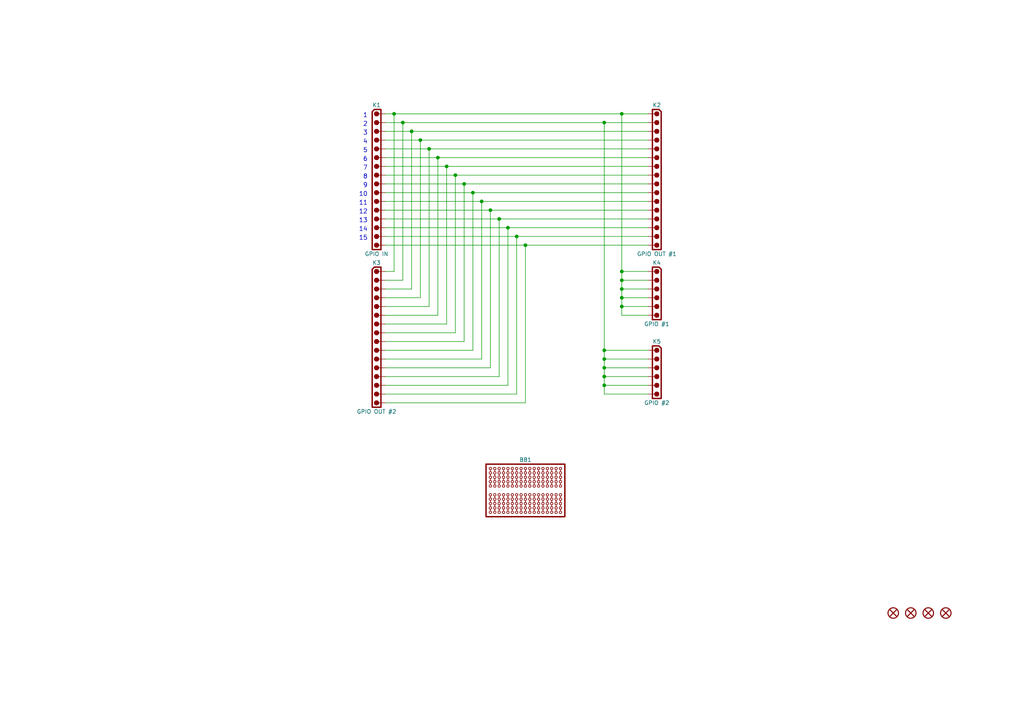
<source format=kicad_sch>
(kicad_sch (version 20230121) (generator eeschema)
  (paper "A4")
  (title_block (title "GPIO - BREADBOARD") (date "01/2023") (rev "A"))
  (lib_symbols
    (symbol "tronixio:BREADBOARD-400" (pin_numbers hide) (pin_names (offset 0) hide)
      (property "Reference" "BB" (at 0 8.89 0))
      (symbol "BREADBOARD-400_0_1"
        (rectangle (start -11.43 -7.62) (end 11.43 7.62) (stroke (width 0.4)))
        (circle (center -10.16 -6.35) (radius 0.3592) (stroke (width 0.2)))
        (circle (center -10.16 -5.08) (radius 0.3592) (stroke (width 0.2)))
        (circle (center -10.16 -3.81) (radius 0.3592) (stroke (width 0.2)))
        (circle (center -10.16 -2.54) (radius 0.3592) (stroke (width 0.2)))
        (circle (center -10.16 -1.27) (radius 0.3592) (stroke (width 0.2)))
        (circle (center -10.16 1.27) (radius 0.3592) (stroke (width 0.2)))
        (circle (center -10.16 2.54) (radius 0.3592) (stroke (width 0.2)))
        (circle (center -10.16 3.81) (radius 0.3592) (stroke (width 0.2)))
        (circle (center -10.16 5.08) (radius 0.3592) (stroke (width 0.2)))
        (circle (center -10.16 6.35) (radius 0.3592) (stroke (width 0.2)))
        (circle (center -8.89 -6.35) (radius 0.3592) (stroke (width 0.2)))
        (circle (center -8.89 -5.08) (radius 0.3592) (stroke (width 0.2)))
        (circle (center -8.89 -3.81) (radius 0.3592) (stroke (width 0.2)))
        (circle (center -8.89 -2.54) (radius 0.3592) (stroke (width 0.2)))
        (circle (center -8.89 -1.27) (radius 0.3592) (stroke (width 0.2)))
        (circle (center -8.89 1.27) (radius 0.3592) (stroke (width 0.2)))
        (circle (center -8.89 2.54) (radius 0.3592) (stroke (width 0.2)))
        (circle (center -8.89 3.81) (radius 0.3592) (stroke (width 0.2)))
        (circle (center -8.89 5.08) (radius 0.3592) (stroke (width 0.2)))
        (circle (center -8.89 6.35) (radius 0.3592) (stroke (width 0.2)))
        (circle (center -7.62 -6.35) (radius 0.3592) (stroke (width 0.2)))
        (circle (center -7.62 -5.08) (radius 0.3592) (stroke (width 0.2)))
        (circle (center -7.62 -3.81) (radius 0.3592) (stroke (width 0.2)))
        (circle (center -7.62 -2.54) (radius 0.3592) (stroke (width 0.2)))
        (circle (center -7.62 -1.27) (radius 0.3592) (stroke (width 0.2)))
        (circle (center -7.62 1.27) (radius 0.3592) (stroke (width 0.2)))
        (circle (center -7.62 2.54) (radius 0.3592) (stroke (width 0.2)))
        (circle (center -7.62 3.81) (radius 0.3592) (stroke (width 0.2)))
        (circle (center -7.62 5.08) (radius 0.3592) (stroke (width 0.2)))
        (circle (center -7.62 6.35) (radius 0.3592) (stroke (width 0.2)))
        (circle (center -6.35 -6.35) (radius 0.3592) (stroke (width 0.2)))
        (circle (center -6.35 -5.08) (radius 0.3592) (stroke (width 0.2)))
        (circle (center -6.35 -3.81) (radius 0.3592) (stroke (width 0.2)))
        (circle (center -6.35 -2.54) (radius 0.3592) (stroke (width 0.2)))
        (circle (center -6.35 -1.27) (radius 0.3592) (stroke (width 0.2)))
        (circle (center -6.35 1.27) (radius 0.3592) (stroke (width 0.2)))
        (circle (center -6.35 2.54) (radius 0.3592) (stroke (width 0.2)))
        (circle (center -6.35 3.81) (radius 0.3592) (stroke (width 0.2)))
        (circle (center -6.35 5.08) (radius 0.3592) (stroke (width 0.2)))
        (circle (center -6.35 6.35) (radius 0.3592) (stroke (width 0.2)))
        (circle (center -5.08 -6.35) (radius 0.3592) (stroke (width 0.2)))
        (circle (center -5.08 -5.08) (radius 0.3592) (stroke (width 0.2)))
        (circle (center -5.08 -3.81) (radius 0.3592) (stroke (width 0.2)))
        (circle (center -5.08 -2.54) (radius 0.3592) (stroke (width 0.2)))
        (circle (center -5.08 -1.27) (radius 0.3592) (stroke (width 0.2)))
        (circle (center -5.08 1.27) (radius 0.3592) (stroke (width 0.2)))
        (circle (center -5.08 2.54) (radius 0.3592) (stroke (width 0.2)))
        (circle (center -5.08 3.81) (radius 0.3592) (stroke (width 0.2)))
        (circle (center -5.08 5.08) (radius 0.3592) (stroke (width 0.2)))
        (circle (center -5.08 6.35) (radius 0.3592) (stroke (width 0.2)))
        (circle (center -3.81 -6.35) (radius 0.3592) (stroke (width 0.2)))
        (circle (center -3.81 -5.08) (radius 0.3592) (stroke (width 0.2)))
        (circle (center -3.81 -3.81) (radius 0.3592) (stroke (width 0.2)))
        (circle (center -3.81 -2.54) (radius 0.3592) (stroke (width 0.2)))
        (circle (center -3.81 -1.27) (radius 0.3592) (stroke (width 0.2)))
        (circle (center -3.81 1.27) (radius 0.3592) (stroke (width 0.2)))
        (circle (center -3.81 2.54) (radius 0.3592) (stroke (width 0.2)))
        (circle (center -3.81 3.81) (radius 0.3592) (stroke (width 0.2)))
        (circle (center -3.81 5.08) (radius 0.3592) (stroke (width 0.2)))
        (circle (center -3.81 6.35) (radius 0.3592) (stroke (width 0.2)))
        (circle (center -2.54 -6.35) (radius 0.3592) (stroke (width 0.2)))
        (circle (center -2.54 -5.08) (radius 0.3592) (stroke (width 0.2)))
        (circle (center -2.54 -3.81) (radius 0.3592) (stroke (width 0.2)))
        (circle (center -2.54 -2.54) (radius 0.3592) (stroke (width 0.2)))
        (circle (center -2.54 -1.27) (radius 0.3592) (stroke (width 0.2)))
        (circle (center -2.54 1.27) (radius 0.3592) (stroke (width 0.2)))
        (circle (center -2.54 2.54) (radius 0.3592) (stroke (width 0.2)))
        (circle (center -2.54 3.81) (radius 0.3592) (stroke (width 0.2)))
        (circle (center -2.54 5.08) (radius 0.3592) (stroke (width 0.2)))
        (circle (center -2.54 6.35) (radius 0.3592) (stroke (width 0.2)))
        (circle (center -1.27 -6.35) (radius 0.3592) (stroke (width 0.2)))
        (circle (center -1.27 -5.08) (radius 0.3592) (stroke (width 0.2)))
        (circle (center -1.27 -3.81) (radius 0.3592) (stroke (width 0.2)))
        (circle (center -1.27 -2.54) (radius 0.3592) (stroke (width 0.2)))
        (circle (center -1.27 -1.27) (radius 0.3592) (stroke (width 0.2)))
        (circle (center -1.27 1.27) (radius 0.3592) (stroke (width 0.2)))
        (circle (center -1.27 2.54) (radius 0.3592) (stroke (width 0.2)))
        (circle (center -1.27 3.81) (radius 0.3592) (stroke (width 0.2)))
        (circle (center -1.27 5.08) (radius 0.3592) (stroke (width 0.2)))
        (circle (center -1.27 6.35) (radius 0.3592) (stroke (width 0.2)))
        (circle (center 0 -6.35) (radius 0.3592) (stroke (width 0.2)))
        (circle (center 0 -5.08) (radius 0.3592) (stroke (width 0.2)))
        (circle (center 0 -3.81) (radius 0.3592) (stroke (width 0.2)))
        (circle (center 0 -2.54) (radius 0.3592) (stroke (width 0.2)))
        (circle (center 0 -1.27) (radius 0.3592) (stroke (width 0.2)))
        (polyline (pts (xy -10.16 -5.842) (xy -10.16 -5.588)) (stroke (width 0.2)))
        (polyline (pts (xy -10.16 -4.572) (xy -10.16 -4.318)) (stroke (width 0.2)))
        (polyline (pts (xy -10.16 -3.302) (xy -10.16 -3.048)) (stroke (width 0.2)))
        (polyline (pts (xy -10.16 -2.032) (xy -10.16 -1.778)) (stroke (width 0.2)))
        (polyline (pts (xy -10.16 1.778) (xy -10.16 2.032)) (stroke (width 0.2)))
        (polyline (pts (xy -10.16 3.048) (xy -10.16 3.302)) (stroke (width 0.2)))
        (polyline (pts (xy -10.16 4.318) (xy -10.16 4.572)) (stroke (width 0.2)))
        (polyline (pts (xy -10.16 5.588) (xy -10.16 5.842)) (stroke (width 0.2)))
        (polyline (pts (xy -8.89 -5.842) (xy -8.89 -5.588)) (stroke (width 0.2)))
        (polyline (pts (xy -8.89 -4.572) (xy -8.89 -4.318)) (stroke (width 0.2)))
        (polyline (pts (xy -8.89 -3.302) (xy -8.89 -3.048)) (stroke (width 0.2)))
        (polyline (pts (xy -8.89 -2.032) (xy -8.89 -1.778)) (stroke (width 0.2)))
        (polyline (pts (xy -8.89 1.778) (xy -8.89 2.032)) (stroke (width 0.2)))
        (polyline (pts (xy -8.89 3.048) (xy -8.89 3.302)) (stroke (width 0.2)))
        (polyline (pts (xy -8.89 4.318) (xy -8.89 4.572)) (stroke (width 0.2)))
        (polyline (pts (xy -8.89 5.588) (xy -8.89 5.842)) (stroke (width 0.2)))
        (polyline (pts (xy -7.62 -5.842) (xy -7.62 -5.588)) (stroke (width 0.2)))
        (polyline (pts (xy -7.62 -4.572) (xy -7.62 -4.318)) (stroke (width 0.2)))
        (polyline (pts (xy -7.62 -3.302) (xy -7.62 -3.048)) (stroke (width 0.2)))
        (polyline (pts (xy -7.62 -2.032) (xy -7.62 -1.778)) (stroke (width 0.2)))
        (polyline (pts (xy -7.62 1.778) (xy -7.62 2.032)) (stroke (width 0.2)))
        (polyline (pts (xy -7.62 3.048) (xy -7.62 3.302)) (stroke (width 0.2)))
        (polyline (pts (xy -7.62 4.318) (xy -7.62 4.572)) (stroke (width 0.2)))
        (polyline (pts (xy -7.62 5.588) (xy -7.62 5.842)) (stroke (width 0.2)))
        (polyline (pts (xy -6.35 -5.842) (xy -6.35 -5.588)) (stroke (width 0.2)))
        (polyline (pts (xy -6.35 -4.572) (xy -6.35 -4.318)) (stroke (width 0.2)))
        (polyline (pts (xy -6.35 -3.302) (xy -6.35 -3.048)) (stroke (width 0.2)))
        (polyline (pts (xy -6.35 -2.032) (xy -6.35 -1.778)) (stroke (width 0.2)))
        (polyline (pts (xy -6.35 1.778) (xy -6.35 2.032)) (stroke (width 0.2)))
        (polyline (pts (xy -6.35 3.048) (xy -6.35 3.302)) (stroke (width 0.2)))
        (polyline (pts (xy -6.35 4.318) (xy -6.35 4.572)) (stroke (width 0.2)))
        (polyline (pts (xy -6.35 5.588) (xy -6.35 5.842)) (stroke (width 0.2)))
        (polyline (pts (xy -5.08 -5.842) (xy -5.08 -5.588)) (stroke (width 0.2)))
        (polyline (pts (xy -5.08 -4.572) (xy -5.08 -4.318)) (stroke (width 0.2)))
        (polyline (pts (xy -5.08 -3.302) (xy -5.08 -3.048)) (stroke (width 0.2)))
        (polyline (pts (xy -5.08 -2.032) (xy -5.08 -1.778)) (stroke (width 0.2)))
        (polyline (pts (xy -5.08 1.778) (xy -5.08 2.032)) (stroke (width 0.2)))
        (polyline (pts (xy -5.08 3.048) (xy -5.08 3.302)) (stroke (width 0.2)))
        (polyline (pts (xy -5.08 4.318) (xy -5.08 4.572)) (stroke (width 0.2)))
        (polyline (pts (xy -5.08 5.588) (xy -5.08 5.842)) (stroke (width 0.2)))
        (polyline (pts (xy -3.81 -5.842) (xy -3.81 -5.588)) (stroke (width 0.2)))
        (polyline (pts (xy -3.81 -4.572) (xy -3.81 -4.318)) (stroke (width 0.2)))
        (polyline (pts (xy -3.81 -3.302) (xy -3.81 -3.048)) (stroke (width 0.2)))
        (polyline (pts (xy -3.81 -2.032) (xy -3.81 -1.778)) (stroke (width 0.2)))
        (polyline (pts (xy -3.81 1.778) (xy -3.81 2.032)) (stroke (width 0.2)))
        (polyline (pts (xy -3.81 3.048) (xy -3.81 3.302)) (stroke (width 0.2)))
        (polyline (pts (xy -3.81 4.318) (xy -3.81 4.572)) (stroke (width 0.2)))
        (polyline (pts (xy -3.81 5.588) (xy -3.81 5.842)) (stroke (width 0.2)))
        (polyline (pts (xy -2.54 -5.842) (xy -2.54 -5.588)) (stroke (width 0.2)))
        (polyline (pts (xy -2.54 -4.572) (xy -2.54 -4.318)) (stroke (width 0.2)))
        (polyline (pts (xy -2.54 -3.302) (xy -2.54 -3.048)) (stroke (width 0.2)))
        (polyline (pts (xy -2.54 -2.032) (xy -2.54 -1.778)) (stroke (width 0.2)))
        (polyline (pts (xy -2.54 1.778) (xy -2.54 2.032)) (stroke (width 0.2)))
        (polyline (pts (xy -2.54 3.048) (xy -2.54 3.302)) (stroke (width 0.2)))
        (polyline (pts (xy -2.54 4.318) (xy -2.54 4.572)) (stroke (width 0.2)))
        (polyline (pts (xy -2.54 5.588) (xy -2.54 5.842)) (stroke (width 0.2)))
        (polyline (pts (xy -1.27 -5.842) (xy -1.27 -5.588)) (stroke (width 0.2)))
        (polyline (pts (xy -1.27 -4.572) (xy -1.27 -4.318)) (stroke (width 0.2)))
        (polyline (pts (xy -1.27 -3.302) (xy -1.27 -3.048)) (stroke (width 0.2)))
        (polyline (pts (xy -1.27 -2.032) (xy -1.27 -1.778)) (stroke (width 0.2)))
        (polyline (pts (xy -1.27 1.778) (xy -1.27 2.032)) (stroke (width 0.2)))
        (polyline (pts (xy -1.27 3.048) (xy -1.27 3.302)) (stroke (width 0.2)))
        (polyline (pts (xy -1.27 4.318) (xy -1.27 4.572)) (stroke (width 0.2)))
        (polyline (pts (xy -1.27 5.588) (xy -1.27 5.842)) (stroke (width 0.2)))
        (polyline (pts (xy 0 -5.842) (xy 0 -5.588)) (stroke (width 0.2)))
        (polyline (pts (xy 0 -4.572) (xy 0 -4.318)) (stroke (width 0.2)))
        (polyline (pts (xy 0 -3.302) (xy 0 -3.048)) (stroke (width 0.2)))
        (polyline (pts (xy 0 -2.032) (xy 0 -1.778)) (stroke (width 0.2)))
        (polyline (pts (xy 0 1.778) (xy 0 2.032)) (stroke (width 0.2)))
        (polyline (pts (xy 0 3.048) (xy 0 3.302)) (stroke (width 0.2)))
        (polyline (pts (xy 0 4.318) (xy 0 4.572)) (stroke (width 0.2)))
        (polyline (pts (xy 0 5.588) (xy 0 5.842)) (stroke (width 0.2)))
        (polyline (pts (xy 1.27 -5.842) (xy 1.27 -5.588)) (stroke (width 0.2)))
        (polyline (pts (xy 1.27 -4.572) (xy 1.27 -4.318)) (stroke (width 0.2)))
        (polyline (pts (xy 1.27 -3.302) (xy 1.27 -3.048)) (stroke (width 0.2)))
        (polyline (pts (xy 1.27 -2.032) (xy 1.27 -1.778)) (stroke (width 0.2)))
        (polyline (pts (xy 1.27 1.778) (xy 1.27 2.032)) (stroke (width 0.2)))
        (polyline (pts (xy 1.27 3.048) (xy 1.27 3.302)) (stroke (width 0.2)))
        (polyline (pts (xy 1.27 4.318) (xy 1.27 4.572)) (stroke (width 0.2)))
        (polyline (pts (xy 1.27 5.588) (xy 1.27 5.842)) (stroke (width 0.2)))
        (polyline (pts (xy 2.54 -5.842) (xy 2.54 -5.588)) (stroke (width 0.2)))
        (polyline (pts (xy 2.54 -4.572) (xy 2.54 -4.318)) (stroke (width 0.2)))
        (polyline (pts (xy 2.54 -3.302) (xy 2.54 -3.048)) (stroke (width 0.2)))
        (polyline (pts (xy 2.54 -2.032) (xy 2.54 -1.778)) (stroke (width 0.2)))
        (polyline (pts (xy 2.54 1.778) (xy 2.54 2.032)) (stroke (width 0.2)))
        (polyline (pts (xy 2.54 3.048) (xy 2.54 3.302)) (stroke (width 0.2)))
        (polyline (pts (xy 2.54 4.318) (xy 2.54 4.572)) (stroke (width 0.2)))
        (polyline (pts (xy 2.54 5.588) (xy 2.54 5.842)) (stroke (width 0.2)))
        (polyline (pts (xy 3.81 -5.842) (xy 3.81 -5.588)) (stroke (width 0.2)))
        (polyline (pts (xy 3.81 -4.572) (xy 3.81 -4.318)) (stroke (width 0.2)))
        (polyline (pts (xy 3.81 -3.302) (xy 3.81 -3.048)) (stroke (width 0.2)))
        (polyline (pts (xy 3.81 -2.032) (xy 3.81 -1.778)) (stroke (width 0.2)))
        (polyline (pts (xy 3.81 1.778) (xy 3.81 2.032)) (stroke (width 0.2)))
        (polyline (pts (xy 3.81 3.048) (xy 3.81 3.302)) (stroke (width 0.2)))
        (polyline (pts (xy 3.81 4.318) (xy 3.81 4.572)) (stroke (width 0.2)))
        (polyline (pts (xy 3.81 5.588) (xy 3.81 5.842)) (stroke (width 0.2)))
        (polyline (pts (xy 5.08 -5.842) (xy 5.08 -5.588)) (stroke (width 0.2)))
        (polyline (pts (xy 5.08 -4.572) (xy 5.08 -4.318)) (stroke (width 0.2)))
        (polyline (pts (xy 5.08 -3.302) (xy 5.08 -3.048)) (stroke (width 0.2)))
        (polyline (pts (xy 5.08 -2.032) (xy 5.08 -1.778)) (stroke (width 0.2)))
        (polyline (pts (xy 5.08 1.778) (xy 5.08 2.032)) (stroke (width 0.2)))
        (polyline (pts (xy 5.08 3.048) (xy 5.08 3.302)) (stroke (width 0.2)))
        (polyline (pts (xy 5.08 4.318) (xy 5.08 4.572)) (stroke (width 0.2)))
        (polyline (pts (xy 5.08 5.588) (xy 5.08 5.842)) (stroke (width 0.2)))
        (polyline (pts (xy 6.35 -5.842) (xy 6.35 -5.588)) (stroke (width 0.2)))
        (polyline (pts (xy 6.35 -4.572) (xy 6.35 -4.318)) (stroke (width 0.2)))
        (polyline (pts (xy 6.35 -3.302) (xy 6.35 -3.048)) (stroke (width 0.2)))
        (polyline (pts (xy 6.35 -2.032) (xy 6.35 -1.778)) (stroke (width 0.2)))
        (polyline (pts (xy 6.35 1.778) (xy 6.35 2.032)) (stroke (width 0.2)))
        (polyline (pts (xy 6.35 3.048) (xy 6.35 3.302)) (stroke (width 0.2)))
        (polyline (pts (xy 6.35 4.318) (xy 6.35 4.572)) (stroke (width 0.2)))
        (polyline (pts (xy 6.35 5.588) (xy 6.35 5.842)) (stroke (width 0.2)))
        (polyline (pts (xy 7.62 -5.842) (xy 7.62 -5.588)) (stroke (width 0.2)))
        (polyline (pts (xy 7.62 -4.572) (xy 7.62 -4.318)) (stroke (width 0.2)))
        (polyline (pts (xy 7.62 -3.302) (xy 7.62 -3.048)) (stroke (width 0.2)))
        (polyline (pts (xy 7.62 -2.032) (xy 7.62 -1.778)) (stroke (width 0.2)))
        (polyline (pts (xy 7.62 1.778) (xy 7.62 2.032)) (stroke (width 0.2)))
        (polyline (pts (xy 7.62 3.048) (xy 7.62 3.302)) (stroke (width 0.2)))
        (polyline (pts (xy 7.62 4.318) (xy 7.62 4.572)) (stroke (width 0.2)))
        (polyline (pts (xy 7.62 5.588) (xy 7.62 5.842)) (stroke (width 0.2)))
        (polyline (pts (xy 8.89 -5.842) (xy 8.89 -5.588)) (stroke (width 0.2)))
        (polyline (pts (xy 8.89 -4.572) (xy 8.89 -4.318)) (stroke (width 0.2)))
        (polyline (pts (xy 8.89 -3.302) (xy 8.89 -3.048)) (stroke (width 0.2)))
        (polyline (pts (xy 8.89 -2.032) (xy 8.89 -1.778)) (stroke (width 0.2)))
        (polyline (pts (xy 8.89 1.778) (xy 8.89 2.032)) (stroke (width 0.2)))
        (polyline (pts (xy 8.89 3.048) (xy 8.89 3.302)) (stroke (width 0.2)))
        (polyline (pts (xy 8.89 4.318) (xy 8.89 4.572)) (stroke (width 0.2)))
        (polyline (pts (xy 8.89 5.588) (xy 8.89 5.842)) (stroke (width 0.2)))
        (polyline (pts (xy 10.16 -5.842) (xy 10.16 -5.588)) (stroke (width 0.2)))
        (polyline (pts (xy 10.16 -4.572) (xy 10.16 -4.318)) (stroke (width 0.2)))
        (polyline (pts (xy 10.16 -3.302) (xy 10.16 -3.048)) (stroke (width 0.2)))
        (polyline (pts (xy 10.16 -2.032) (xy 10.16 -1.778)) (stroke (width 0.2)))
        (polyline (pts (xy 10.16 1.778) (xy 10.16 2.032)) (stroke (width 0.2)))
        (polyline (pts (xy 10.16 3.048) (xy 10.16 3.302)) (stroke (width 0.2)))
        (polyline (pts (xy 10.16 4.318) (xy 10.16 4.572)) (stroke (width 0.2)))
        (polyline (pts (xy 10.16 5.588) (xy 10.16 5.842)) (stroke (width 0.2)))
        (circle (center 0 1.27) (radius 0.3592) (stroke (width 0.2)))
        (circle (center 0 2.54) (radius 0.3592) (stroke (width 0.2)))
        (circle (center 0 3.81) (radius 0.3592) (stroke (width 0.2)))
        (circle (center 0 5.08) (radius 0.3592) (stroke (width 0.2)))
        (circle (center 0 6.35) (radius 0.3592) (stroke (width 0.2)))
        (circle (center 1.27 -6.35) (radius 0.3592) (stroke (width 0.2)))
        (circle (center 1.27 -5.08) (radius 0.3592) (stroke (width 0.2)))
        (circle (center 1.27 -3.81) (radius 0.3592) (stroke (width 0.2)))
        (circle (center 1.27 -2.54) (radius 0.3592) (stroke (width 0.2)))
        (circle (center 1.27 -1.27) (radius 0.3592) (stroke (width 0.2)))
        (circle (center 1.27 1.27) (radius 0.3592) (stroke (width 0.2)))
        (circle (center 1.27 2.54) (radius 0.3592) (stroke (width 0.2)))
        (circle (center 1.27 3.81) (radius 0.3592) (stroke (width 0.2)))
        (circle (center 1.27 5.08) (radius 0.3592) (stroke (width 0.2)))
        (circle (center 1.27 6.35) (radius 0.3592) (stroke (width 0.2)))
        (circle (center 2.54 -6.35) (radius 0.3592) (stroke (width 0.2)))
        (circle (center 2.54 -5.08) (radius 0.3592) (stroke (width 0.2)))
        (circle (center 2.54 -3.81) (radius 0.3592) (stroke (width 0.2)))
        (circle (center 2.54 -2.54) (radius 0.3592) (stroke (width 0.2)))
        (circle (center 2.54 -1.27) (radius 0.3592) (stroke (width 0.2)))
        (circle (center 2.54 1.27) (radius 0.3592) (stroke (width 0.2)))
        (circle (center 2.54 2.54) (radius 0.3592) (stroke (width 0.2)))
        (circle (center 2.54 3.81) (radius 0.3592) (stroke (width 0.2)))
        (circle (center 2.54 5.08) (radius 0.3592) (stroke (width 0.2)))
        (circle (center 2.54 6.35) (radius 0.3592) (stroke (width 0.2)))
        (circle (center 3.81 -6.35) (radius 0.3592) (stroke (width 0.2)))
        (circle (center 3.81 -5.08) (radius 0.3592) (stroke (width 0.2)))
        (circle (center 3.81 -3.81) (radius 0.3592) (stroke (width 0.2)))
        (circle (center 3.81 -2.54) (radius 0.3592) (stroke (width 0.2)))
        (circle (center 3.81 -1.27) (radius 0.3592) (stroke (width 0.2)))
        (circle (center 3.81 1.27) (radius 0.3592) (stroke (width 0.2)))
        (circle (center 3.81 2.54) (radius 0.3592) (stroke (width 0.2)))
        (circle (center 3.81 3.81) (radius 0.3592) (stroke (width 0.2)))
        (circle (center 3.81 5.08) (radius 0.3592) (stroke (width 0.2)))
        (circle (center 3.81 6.35) (radius 0.3592) (stroke (width 0.2)))
        (circle (center 5.08 -6.35) (radius 0.3592) (stroke (width 0.2)))
        (circle (center 5.08 -5.08) (radius 0.3592) (stroke (width 0.2)))
        (circle (center 5.08 -3.81) (radius 0.3592) (stroke (width 0.2)))
        (circle (center 5.08 -2.54) (radius 0.3592) (stroke (width 0.2)))
        (circle (center 5.08 -1.27) (radius 0.3592) (stroke (width 0.2)))
        (circle (center 5.08 1.27) (radius 0.3592) (stroke (width 0.2)))
        (circle (center 5.08 2.54) (radius 0.3592) (stroke (width 0.2)))
        (circle (center 5.08 3.81) (radius 0.3592) (stroke (width 0.2)))
        (circle (center 5.08 5.08) (radius 0.3592) (stroke (width 0.2)))
        (circle (center 5.08 6.35) (radius 0.3592) (stroke (width 0.2)))
        (circle (center 6.35 -6.35) (radius 0.3592) (stroke (width 0.2)))
        (circle (center 6.35 -5.08) (radius 0.3592) (stroke (width 0.2)))
        (circle (center 6.35 -3.81) (radius 0.3592) (stroke (width 0.2)))
        (circle (center 6.35 -2.54) (radius 0.3592) (stroke (width 0.2)))
        (circle (center 6.35 -1.27) (radius 0.3592) (stroke (width 0.2)))
        (circle (center 6.35 1.27) (radius 0.3592) (stroke (width 0.2)))
        (circle (center 6.35 2.54) (radius 0.3592) (stroke (width 0.2)))
        (circle (center 6.35 3.81) (radius 0.3592) (stroke (width 0.2)))
        (circle (center 6.35 5.08) (radius 0.3592) (stroke (width 0.2)))
        (circle (center 6.35 6.35) (radius 0.3592) (stroke (width 0.2)))
        (circle (center 7.62 -6.35) (radius 0.3592) (stroke (width 0.2)))
        (circle (center 7.62 -5.08) (radius 0.3592) (stroke (width 0.2)))
        (circle (center 7.62 -3.81) (radius 0.3592) (stroke (width 0.2)))
        (circle (center 7.62 -2.54) (radius 0.3592) (stroke (width 0.2)))
        (circle (center 7.62 -1.27) (radius 0.3592) (stroke (width 0.2)))
        (circle (center 7.62 1.27) (radius 0.3592) (stroke (width 0.2)))
        (circle (center 7.62 2.54) (radius 0.3592) (stroke (width 0.2)))
        (circle (center 7.62 3.81) (radius 0.3592) (stroke (width 0.2)))
        (circle (center 7.62 5.08) (radius 0.3592) (stroke (width 0.2)))
        (circle (center 7.62 6.35) (radius 0.3592) (stroke (width 0.2)))
        (circle (center 8.89 -6.35) (radius 0.3592) (stroke (width 0.2)))
        (circle (center 8.89 -5.08) (radius 0.3592) (stroke (width 0.2)))
        (circle (center 8.89 -3.81) (radius 0.3592) (stroke (width 0.2)))
        (circle (center 8.89 -2.54) (radius 0.3592) (stroke (width 0.2)))
        (circle (center 8.89 -1.27) (radius 0.3592) (stroke (width 0.2)))
        (circle (center 8.89 1.27) (radius 0.3592) (stroke (width 0.2)))
        (circle (center 8.89 2.54) (radius 0.3592) (stroke (width 0.2)))
        (circle (center 8.89 3.81) (radius 0.3592) (stroke (width 0.2)))
        (circle (center 8.89 5.08) (radius 0.3592) (stroke (width 0.2)))
        (circle (center 8.89 6.35) (radius 0.3592) (stroke (width 0.2)))
        (circle (center 10.16 -6.35) (radius 0.3592) (stroke (width 0.2)))
        (circle (center 10.16 -5.08) (radius 0.3592) (stroke (width 0.2)))
        (circle (center 10.16 -3.81) (radius 0.3592) (stroke (width 0.2)))
        (circle (center 10.16 -2.54) (radius 0.3592) (stroke (width 0.2)))
        (circle (center 10.16 -1.27) (radius 0.3592) (stroke (width 0.2)))
        (circle (center 10.16 1.27) (radius 0.3592) (stroke (width 0.2)))
        (circle (center 10.16 2.54) (radius 0.3592) (stroke (width 0.2)))
        (circle (center 10.16 3.81) (radius 0.3592) (stroke (width 0.2)))
        (circle (center 10.16 5.08) (radius 0.3592) (stroke (width 0.2)))
        (circle (center 10.16 6.35) (radius 0.3592) (stroke (width 0.2)))
      )
    )
    (symbol "tronixio:HARWIN-254-M-1X06-VERTICAL" (pin_numbers hide) (pin_names (offset 0) hide)
      (property "Reference" "K" (at 0 2.54 0))
      (property "Value" "HARWIN-254-M-1X06-VERTICAL" (at 0 -15.24 0))
      (symbol "HARWIN-254-M-1X06-VERTICAL_0_1"
        (circle (center 0 -12.7) (radius 0.635) (stroke (width 0.2)) (fill (type outline)))
        (circle (center 0 -10.16) (radius 0.635) (stroke (width 0.2)) (fill (type outline)))
        (circle (center 0 -7.62) (radius 0.635) (stroke (width 0.2)) (fill (type outline)))
        (circle (center 0 -5.08) (radius 0.635) (stroke (width 0.2)) (fill (type outline)))
        (circle (center 0 -2.54) (radius 0.635) (stroke (width 0.2)) (fill (type outline)))
        (polyline (pts (xy -1.27 -13.97) (xy 1.27 -13.97) (xy 1.27 0.635) (xy 0.635 1.27) (xy -1.27 1.27) (xy -1.27 -13.97)) (stroke (width 0.4)))
        (circle (center 0 0) (radius 0.635) (stroke (width 0.2)) (fill (type outline)))
      )
      (symbol "HARWIN-254-M-1X06-VERTICAL_1_1"
        (pin passive line (at -2.54 0 0) (length 1.905) (name "1") (number "1"))
        (pin passive line (at -2.54 -2.54 0) (length 1.905) (name "2") (number "2"))
        (pin passive line (at -2.54 -5.08 0) (length 1.905) (name "3") (number "3"))
        (pin passive line (at -2.54 -7.62 0) (length 1.905) (name "4") (number "4"))
        (pin passive line (at -2.54 -10.16 0) (length 1.905) (name "5") (number "5"))
        (pin passive line (at -2.54 -12.7 0) (length 1.905) (name "6") (number "6"))
      )
    )
    (symbol "tronixio:HARWIN-254-M-1X16-VERTICAL" (pin_numbers hide) (pin_names (offset 0) hide)
      (property "Reference" "K" (at 0 2.54 0))
      (property "Value" "HARWIN-254-M-1X16-VERTICAL" (at 0 -40.64 0))
      (symbol "HARWIN-254-M-1X16-VERTICAL_0_1"
        (circle (center 0 -38.1) (radius 0.635) (stroke (width 0.2)) (fill (type outline)))
        (circle (center 0 -35.56) (radius 0.635) (stroke (width 0.2)) (fill (type outline)))
        (circle (center 0 -33.02) (radius 0.635) (stroke (width 0.2)) (fill (type outline)))
        (circle (center 0 -30.48) (radius 0.635) (stroke (width 0.2)) (fill (type outline)))
        (circle (center 0 -27.94) (radius 0.635) (stroke (width 0.2)) (fill (type outline)))
        (circle (center 0 -25.4) (radius 0.635) (stroke (width 0.2)) (fill (type outline)))
        (circle (center 0 -22.86) (radius 0.635) (stroke (width 0.2)) (fill (type outline)))
        (circle (center 0 -20.32) (radius 0.635) (stroke (width 0.2)) (fill (type outline)))
        (circle (center 0 -17.78) (radius 0.635) (stroke (width 0.2)) (fill (type outline)))
        (circle (center 0 -15.24) (radius 0.635) (stroke (width 0.2)) (fill (type outline)))
        (circle (center 0 -12.7) (radius 0.635) (stroke (width 0.2)) (fill (type outline)))
        (circle (center 0 -10.16) (radius 0.635) (stroke (width 0.2)) (fill (type outline)))
        (circle (center 0 -7.62) (radius 0.635) (stroke (width 0.2)) (fill (type outline)))
        (circle (center 0 -5.08) (radius 0.635) (stroke (width 0.2)) (fill (type outline)))
        (circle (center 0 -2.54) (radius 0.635) (stroke (width 0.2)) (fill (type outline)))
        (polyline (pts (xy -1.27 -39.37) (xy 1.27 -39.37) (xy 1.27 0.635) (xy 0.635 1.27) (xy -1.27 1.27) (xy -1.27 -39.37)) (stroke (width 0.4)))
        (circle (center 0 0) (radius 0.635) (stroke (width 0.2)) (fill (type outline)))
      )
      (symbol "HARWIN-254-M-1X16-VERTICAL_1_1"
        (pin passive line (at -2.54 0 0) (length 1.905) (name "Pin_1") (number "1"))
        (pin passive line (at -2.54 -22.86 0) (length 1.905) (name "Pin_10") (number "10"))
        (pin passive line (at -2.54 -25.4 0) (length 1.905) (name "Pin_11") (number "11"))
        (pin passive line (at -2.54 -27.94 0) (length 1.905) (name "Pin_12") (number "12"))
        (pin passive line (at -2.54 -30.48 0) (length 1.905) (name "Pin_13") (number "13"))
        (pin passive line (at -2.54 -33.02 0) (length 1.905) (name "Pin_14") (number "14"))
        (pin passive line (at -2.54 -35.56 0) (length 1.905) (name "Pin_15") (number "15"))
        (pin passive line (at -2.54 -38.1 0) (length 1.905) (name "Pin_16") (number "16"))
        (pin passive line (at -2.54 -2.54 0) (length 1.905) (name "Pin_2") (number "2"))
        (pin passive line (at -2.54 -5.08 0) (length 1.905) (name "Pin_3") (number "3"))
        (pin passive line (at -2.54 -7.62 0) (length 1.905) (name "Pin_4") (number "4"))
        (pin passive line (at -2.54 -10.16 0) (length 1.905) (name "Pin_5") (number "5"))
        (pin passive line (at -2.54 -12.7 0) (length 1.905) (name "Pin_6") (number "6"))
        (pin passive line (at -2.54 -15.24 0) (length 1.905) (name "Pin_7") (number "7"))
        (pin passive line (at -2.54 -17.78 0) (length 1.905) (name "Pin_8") (number "8"))
        (pin passive line (at -2.54 -20.32 0) (length 1.905) (name "Pin_9") (number "9"))
      )
    )
    (symbol "tronixio:MOUNTING-HOLE-2.5MM-MASK" (pin_numbers hide) (pin_names (offset 0) hide)
      (symbol "MOUNTING-HOLE-2.5MM-MASK_0_1"
        (polyline (pts (xy -1.016 -1.016) (xy 1.016 1.016)) (stroke (width 0.3)))
        (polyline (pts (xy 1.016 -1.016) (xy -1.016 1.016)) (stroke (width 0.3)))
        (circle (center 0 0) (radius 1.524) (stroke (width 0.3)))
      )
    )
  )
  (junction (at 144.78 63.5))
  (junction (at 114.3 33.02))
  (junction (at 180.34 86.36))
  (junction (at 127 45.72))
  (junction (at 129.54 48.26))
  (junction (at 132.08 50.8))
  (junction (at 175.26 109.22))
  (junction (at 147.32 66.04))
  (junction (at 139.7 58.42))
  (junction (at 137.16 55.88))
  (junction (at 175.26 101.6))
  (junction (at 142.24 60.96))
  (junction (at 175.26 104.14))
  (junction (at 180.34 78.74))
  (junction (at 175.26 35.56))
  (junction (at 149.86 68.58))
  (junction (at 180.34 81.28))
  (junction (at 175.26 106.68))
  (junction (at 119.38 38.1))
  (junction (at 180.34 83.82))
  (junction (at 152.4 71.12))
  (junction (at 121.92 40.64))
  (junction (at 180.34 33.02))
  (junction (at 175.26 111.76))
  (junction (at 124.46 43.18))
  (junction (at 134.62 53.34))
  (junction (at 116.84 35.56))
  (junction (at 180.34 88.9))
  (wire (pts (xy 180.34 81.28) (xy 187.96 81.28)))
  (wire (pts (xy 132.08 50.8) (xy 132.08 96.52)))
  (wire (pts (xy 132.08 50.8) (xy 187.96 50.8)))
  (wire (pts (xy 111.76 60.96) (xy 142.24 60.96)))
  (wire (pts (xy 175.26 114.3) (xy 175.26 111.76)))
  (wire (pts (xy 129.54 93.98) (xy 129.54 48.26)))
  (wire (pts (xy 175.26 106.68) (xy 187.96 106.68)))
  (wire (pts (xy 147.32 66.04) (xy 187.96 66.04)))
  (wire (pts (xy 144.78 63.5) (xy 187.96 63.5)))
  (wire (pts (xy 137.16 101.6) (xy 111.76 101.6)))
  (wire (pts (xy 116.84 35.56) (xy 175.26 35.56)))
  (wire (pts (xy 134.62 53.34) (xy 187.96 53.34)))
  (wire (pts (xy 119.38 83.82) (xy 119.38 38.1)))
  (wire (pts (xy 147.32 111.76) (xy 111.76 111.76)))
  (wire (pts (xy 152.4 116.84) (xy 152.4 71.12)))
  (wire (pts (xy 124.46 88.9) (xy 124.46 43.18)))
  (wire (pts (xy 180.34 33.02) (xy 187.96 33.02)))
  (wire (pts (xy 180.34 83.82) (xy 187.96 83.82)))
  (wire (pts (xy 142.24 106.68) (xy 111.76 106.68)))
  (wire (pts (xy 139.7 58.42) (xy 187.96 58.42)))
  (wire (pts (xy 119.38 38.1) (xy 187.96 38.1)))
  (wire (pts (xy 111.76 78.74) (xy 114.3 78.74)))
  (wire (pts (xy 124.46 43.18) (xy 111.76 43.18)))
  (wire (pts (xy 116.84 81.28) (xy 111.76 81.28)))
  (wire (pts (xy 134.62 53.34) (xy 111.76 53.34)))
  (wire (pts (xy 147.32 66.04) (xy 147.32 111.76)))
  (wire (pts (xy 175.26 104.14) (xy 187.96 104.14)))
  (wire (pts (xy 114.3 33.02) (xy 111.76 33.02)))
  (wire (pts (xy 149.86 68.58) (xy 111.76 68.58)))
  (wire (pts (xy 111.76 116.84) (xy 152.4 116.84)))
  (wire (pts (xy 111.76 93.98) (xy 129.54 93.98)))
  (wire (pts (xy 180.34 86.36) (xy 180.34 88.9)))
  (wire (pts (xy 180.34 88.9) (xy 187.96 88.9)))
  (wire (pts (xy 180.34 33.02) (xy 180.34 78.74)))
  (wire (pts (xy 137.16 55.88) (xy 137.16 101.6)))
  (wire (pts (xy 180.34 83.82) (xy 180.34 86.36)))
  (wire (pts (xy 175.26 111.76) (xy 175.26 109.22)))
  (wire (pts (xy 139.7 104.14) (xy 139.7 58.42)))
  (wire (pts (xy 111.76 88.9) (xy 124.46 88.9)))
  (wire (pts (xy 129.54 48.26) (xy 111.76 48.26)))
  (wire (pts (xy 187.96 91.44) (xy 180.34 91.44)))
  (wire (pts (xy 111.76 55.88) (xy 137.16 55.88)))
  (wire (pts (xy 111.76 66.04) (xy 147.32 66.04)))
  (wire (pts (xy 127 91.44) (xy 111.76 91.44)))
  (wire (pts (xy 111.76 99.06) (xy 134.62 99.06)))
  (wire (pts (xy 121.92 86.36) (xy 111.76 86.36)))
  (wire (pts (xy 187.96 114.3) (xy 175.26 114.3)))
  (wire (pts (xy 127 45.72) (xy 127 91.44)))
  (wire (pts (xy 127 45.72) (xy 187.96 45.72)))
  (wire (pts (xy 119.38 38.1) (xy 111.76 38.1)))
  (wire (pts (xy 139.7 58.42) (xy 111.76 58.42)))
  (wire (pts (xy 111.76 109.22) (xy 144.78 109.22)))
  (wire (pts (xy 175.26 101.6) (xy 187.96 101.6)))
  (wire (pts (xy 111.76 50.8) (xy 132.08 50.8)))
  (wire (pts (xy 114.3 33.02) (xy 180.34 33.02)))
  (wire (pts (xy 144.78 109.22) (xy 144.78 63.5)))
  (wire (pts (xy 137.16 55.88) (xy 187.96 55.88)))
  (wire (pts (xy 180.34 78.74) (xy 187.96 78.74)))
  (wire (pts (xy 175.26 109.22) (xy 187.96 109.22)))
  (wire (pts (xy 121.92 40.64) (xy 121.92 86.36)))
  (wire (pts (xy 180.34 88.9) (xy 180.34 91.44)))
  (wire (pts (xy 142.24 60.96) (xy 142.24 106.68)))
  (wire (pts (xy 111.76 35.56) (xy 116.84 35.56)))
  (wire (pts (xy 142.24 60.96) (xy 187.96 60.96)))
  (wire (pts (xy 111.76 83.82) (xy 119.38 83.82)))
  (wire (pts (xy 124.46 43.18) (xy 187.96 43.18)))
  (wire (pts (xy 116.84 35.56) (xy 116.84 81.28)))
  (wire (pts (xy 175.26 111.76) (xy 187.96 111.76)))
  (wire (pts (xy 111.76 114.3) (xy 149.86 114.3)))
  (wire (pts (xy 180.34 81.28) (xy 180.34 83.82)))
  (wire (pts (xy 111.76 45.72) (xy 127 45.72)))
  (wire (pts (xy 180.34 78.74) (xy 180.34 81.28)))
  (wire (pts (xy 134.62 99.06) (xy 134.62 53.34)))
  (wire (pts (xy 114.3 78.74) (xy 114.3 33.02)))
  (wire (pts (xy 175.26 101.6) (xy 175.26 35.56)))
  (wire (pts (xy 175.26 35.56) (xy 187.96 35.56)))
  (wire (pts (xy 144.78 63.5) (xy 111.76 63.5)))
  (wire (pts (xy 152.4 71.12) (xy 111.76 71.12)))
  (wire (pts (xy 149.86 68.58) (xy 187.96 68.58)))
  (wire (pts (xy 152.4 71.12) (xy 187.96 71.12)))
  (wire (pts (xy 111.76 104.14) (xy 139.7 104.14)))
  (wire (pts (xy 175.26 106.68) (xy 175.26 104.14)))
  (wire (pts (xy 111.76 40.64) (xy 121.92 40.64)))
  (wire (pts (xy 175.26 109.22) (xy 175.26 106.68)))
  (wire (pts (xy 175.26 104.14) (xy 175.26 101.6)))
  (wire (pts (xy 180.34 86.36) (xy 187.96 86.36)))
  (wire (pts (xy 149.86 114.3) (xy 149.86 68.58)))
  (wire (pts (xy 129.54 48.26) (xy 187.96 48.26)))
  (wire (pts (xy 111.76 96.52) (xy 132.08 96.52)))
  (wire (pts (xy 121.92 40.64) (xy 187.96 40.64)))
  (text "4" (at 106.68 41.91 0) (effects (font (size 1.27 1.27)) (justify right bottom)))
  (text "11" (at 106.68 59.69 0) (effects (font (size 1.27 1.27)) (justify right bottom)))
  (text "10" (at 106.68 57.15 0) (effects (font (size 1.27 1.27)) (justify right bottom)))
  (text "12" (at 106.68 62.23 0) (effects (font (size 1.27 1.27)) (justify right bottom)))
  (text "9" (at 106.68 54.61 0) (effects (font (size 1.27 1.27)) (justify right bottom)))
  (text "6" (at 106.68 46.99 0) (effects (font (size 1.27 1.27)) (justify right bottom)))
  (text "1" (at 106.68 34.29 0) (effects (font (size 1.27 1.27)) (justify right bottom)))
  (text "3" (at 106.68 39.37 0) (effects (font (size 1.27 1.27)) (justify right bottom)))
  (text "15" (at 106.68 69.85 0) (effects (font (size 1.27 1.27)) (justify right bottom)))
  (text "7" (at 106.68 49.53 0) (effects (font (size 1.27 1.27)) (justify right bottom)))
  (text "5" (at 106.68 44.45 0) (effects (font (size 1.27 1.27)) (justify right bottom)))
  (text "13" (at 106.68 64.77 0) (effects (font (size 1.27 1.27)) (justify right bottom)))
  (text "2" (at 106.68 36.83 0) (effects (font (size 1.27 1.27)) (justify right bottom)))
  (text "8" (at 106.68 52.07 0) (effects (font (size 1.27 1.27)) (justify right bottom)))
  (text "14" (at 106.68 67.31 0) (effects (font (size 1.27 1.27)) (justify right bottom)))
  (symbol (lib_id "tronixio:HARWIN-254-M-1X16-VERTICAL") (at 190.5 33.02 0) (unit 1)
    (property "Reference" "K2" (at 190.5 30.48 0) (effects (font (size 1.15 1.15))))
    (property "Value" "GPIO OUT #1" (at 190.5 73.66 0) (effects (font (size 1.15 1.15))))
    (property "Footprint" "tronixio:HARWIN-M20-999164x" (effects hide))
    (property "Datasheet" "https://www.harwin.com/products/M20-9991646/" (effects hide))
    (property "Mouser" "855-M20-999164" (effects hide))
    (property "Name" "HARWIN-254-M-1X16-VERTICAL" (effects hide))
  )
  (symbol (lib_id "tronixio:MOUNTING-HOLE-2.5MM-MASK") (at 274.32 177.8 0) (unit 1)
    (property "Reference" "H4" (effects hide))
    (property "Value" "MOUNTING-HOLE-3MM" (effects hide))
    (property "Footprint" "tronixio:MOUNTING-HOLE-2.5MM-MASK" (effects hide))
  )
  (symbol (lib_id "tronixio:MOUNTING-HOLE-2.5MM-MASK") (at 269.24 177.8 0) (unit 1)
    (property "Reference" "H3" (effects hide))
    (property "Value" "MOUNTING-HOLE-3MM" (effects hide))
    (property "Footprint" "tronixio:MOUNTING-HOLE-2.5MM-MASK" (effects hide))
  )
  (symbol (lib_id "tronixio:BREADBOARD-400") (at 152.4 142.24 0) (unit 1)
    (property "Reference" "BB1" (at 152.4 133.35 0) (effects (font (size 1.15 1.15))))
    (property "Value" "BREADBOARD-400" (effects hide))
    (property "Footprint" "tronixio:BREADBOARD-400" (effects hide))
    (property "Datasheet" "http://www.busboard.com/BB400" (effects hide))
    (property "Mouser" "854-BB400" (effects hide))
  )
  (symbol (lib_id "tronixio:HARWIN-254-M-1X16-VERTICAL") (at 109.22 33.02 0) (mirror y) (unit 1)
    (property "Reference" "K1" (at 109.22 30.48 0) (effects (font (size 1.15 1.15))))
    (property "Value" "GPIO IN" (at 109.22 73.66 0) (effects (font (size 1.15 1.15))))
    (property "Footprint" "tronixio:HARWIN-M20-999164x" (effects hide))
    (property "Datasheet" "https://www.harwin.com/products/M20-9991646/" (effects hide))
    (property "Mouser" "855-M20-999164" (effects hide))
    (property "Name" "HARWIN-254-M-1X16-VERTICAL" (effects hide))
  )
  (symbol (lib_id "tronixio:HARWIN-254-M-1X06-VERTICAL") (at 190.5 78.74 0) (unit 1)
    (property "Reference" "K4" (at 190.5 76.2 0) (effects (font (size 1.15 1.15))))
    (property "Value" "GPIO #1" (at 190.5 93.98 0) (effects (font (size 1.15 1.15))))
    (property "Footprint" "tronixio:HARWIN-M20-999064x" (effects hide))
    (property "Datasheet" "https://www.harwin.com/products/M20-9990646/" (effects hide))
    (property "Mouser" "855-M20-999064" (effects hide))
    (property "Name" "HARWIN-254-M-1X06-VERTICAL" (effects hide))
  )
  (symbol (lib_id "tronixio:HARWIN-254-M-1X16-VERTICAL") (at 109.22 78.74 0) (mirror y) (unit 1)
    (property "Reference" "K3" (at 109.22 76.2 0) (effects (font (size 1.15 1.15))))
    (property "Value" "GPIO OUT #2" (at 109.22 119.38 0) (effects (font (size 1.15 1.15))))
    (property "Footprint" "tronixio:HARWIN-M20-999164x" (effects hide))
    (property "Datasheet" "https://www.harwin.com/products/M20-9991646/" (effects hide))
    (property "Mouser" "855-M20-999164" (effects hide))
    (property "Name" "HARWIN-254-M-1X16-VERTICAL" (effects hide))
  )
  (symbol (lib_id "tronixio:HARWIN-254-M-1X06-VERTICAL") (at 190.5 101.6 0) (unit 1)
    (property "Reference" "K5" (at 190.5 99.06 0) (effects (font (size 1.15 1.15))))
    (property "Value" "GPIO #2" (at 190.5 116.84 0) (effects (font (size 1.15 1.15))))
    (property "Footprint" "tronixio:HARWIN-M20-999064x" (effects hide))
    (property "Datasheet" "https://www.harwin.com/products/M20-9990646/" (effects hide))
    (property "Mouser" "855-M20-999064" (effects hide))
    (property "Name" "HARWIN-254-M-1X06-VERTICAL" (effects hide))
  )
  (symbol (lib_id "tronixio:MOUNTING-HOLE-2.5MM-MASK") (at 264.16 177.8 0) (unit 1)
    (property "Reference" "H2" (effects hide))
    (property "Value" "MOUNTING-HOLE-3MM" (effects hide))
    (property "Footprint" "tronixio:MOUNTING-HOLE-2.5MM-MASK" (effects hide))
  )
  (symbol (lib_id "tronixio:MOUNTING-HOLE-2.5MM-MASK") (at 259.08 177.8 0) (unit 1)
    (property "Reference" "H1" (effects hide))
    (property "Value" "MOUNTING-HOLE-3MM" (effects hide))
    (property "Footprint" "tronixio:MOUNTING-HOLE-2.5MM-MASK" (effects hide))
  )
)
</source>
